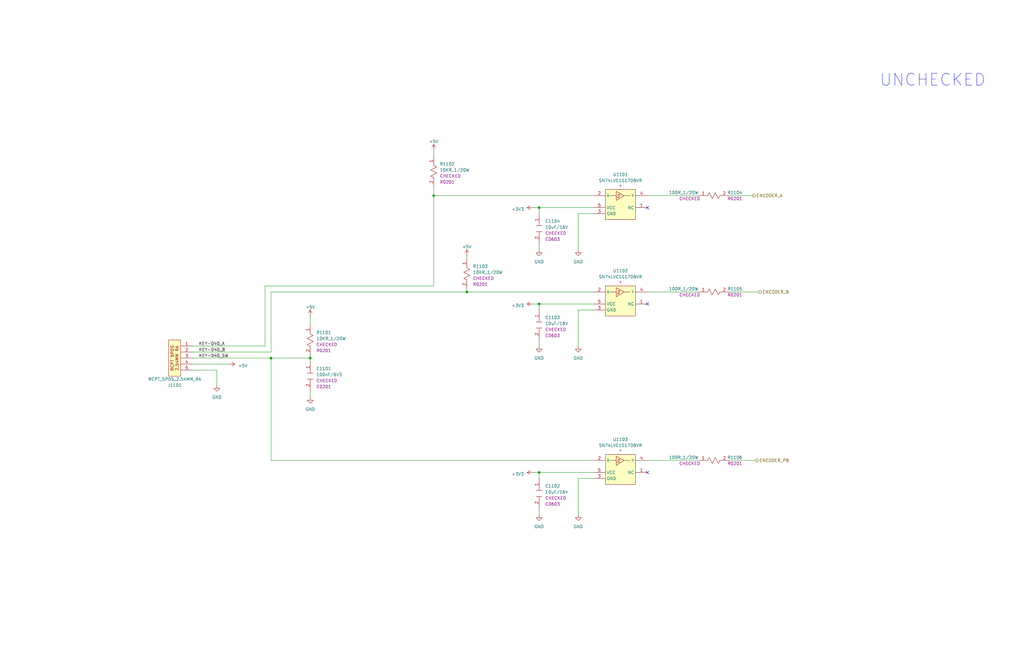
<source format=kicad_sch>
(kicad_sch (version 20230121) (generator eeschema)
  (paper "B")
  (lib_symbols
    (symbol "_SCHLIB_HotPlate:BUF_SN74LVC1G17DBVR"
      (property "Reference" "U" (at 2.54 3.81 0))
      (property "Value" "SN74LVC1G17DBVR" (at 2.54 6.35 0))
      (property "SCH CHECK" "*" (at 2.54 21.59 0))
      (symbol "BUF_SN74LVC1G17DBVR_0_1"
        (polyline (pts (xy 4.572 -2.54) (xy 2.032 -2.54)))
        (polyline (pts (xy 7.874 -2.54) (xy 10.414 -2.54)))
        (polyline (pts (xy 5.334 -3.302) (xy 5.842 -3.302) (xy 5.842 -2.032)))
        (polyline (pts (xy 4.572 -0.762) (xy 4.572 -4.572) (xy 7.874 -2.54) (xy 4.572 -0.762)))
        (polyline (pts (xy 6.35 -2.032) (xy 5.334 -2.032) (xy 5.334 -3.302) (xy 4.826 -3.302)))
        (rectangle (start 0 0) (end 12.7 -12.7) (fill (type background)))
      )
      (symbol "BUF_SN74LVC1G17DBVR_1_1"
        (pin passive line (at 17.78 -7.62 180) (length 5.08) (name "NC") (number "1"))
        (pin passive line (at -5.08 -2.54 0) (length 5.08) (name "A") (number "2"))
        (pin passive line (at -5.08 -10.16 0) (length 5.08) (name "GND") (number "3"))
        (pin passive line (at 17.78 -2.54 180) (length 5.08) (name "Y") (number "4"))
        (pin passive line (at -5.08 -7.62 0) (length 5.08) (name "VCC") (number "5"))
      )
    )
    (symbol "_SCHLIB_HotPlate:CAP_100nF/6V3_C0201"
      (property "Reference" "C" (at 2.54 5.08 0))
      (property "Value" "100nF{slash}6V3" (at 2.54 7.62 0))
      (property "SCH CHECK" "CHECKED" (at 2.54 22.86 0))
      (property "Package" "C0201" (at 2.54 25.4 0))
      (symbol "CAP_100nF/6V3_C0201_0_0"
        (polyline (pts (xy 5.08 1.27) (xy 5.08 -1.27)))
        (polyline (pts (xy 7.62 1.27) (xy 7.62 -1.27)))
      )
      (symbol "CAP_100nF/6V3_C0201_1_1"
        (pin passive line (at 0 0 0) (length 5.08) (name "") (number "1"))
        (pin passive line (at 12.7 0 180) (length 5.08) (name "") (number "2"))
      )
    )
    (symbol "_SCHLIB_HotPlate:CAP_10uF/16V-C0603"
      (property "Reference" "C" (at 2.54 3.81 0))
      (property "Value" "10uF{slash}16V" (at 2.54 6.35 0))
      (property "SCH CHECK" "CHECKED" (at 2.54 21.59 0))
      (property "Package" "C0603" (at 2.54 24.13 0))
      (symbol "CAP_10uF/16V-C0603_0_0"
        (polyline (pts (xy 5.08 1.27) (xy 5.08 -1.27)))
        (polyline (pts (xy 7.62 1.27) (xy 7.62 -1.27)))
      )
      (symbol "CAP_10uF/16V-C0603_1_1"
        (pin passive line (at 0 0 0) (length 5.08) (name "") (number "1"))
        (pin passive line (at 12.7 0 180) (length 5.08) (name "") (number "2"))
      )
    )
    (symbol "_SCHLIB_HotPlate:CONN_RCPT_5POS_2.54MM_RA"
      (property "Reference" "J" (at 2.54 2.54 0))
      (property "Value" "RCPT_5POS_2.54MM_RA" (at 2.54 5.08 0))
      (symbol "CONN_RCPT_5POS_2.54MM_RA_0_1"
        (rectangle (start 0 0) (end 5.08 -15.24) (fill (type background)))
        (text "RCPT 5POS\n2.54MM RA" (at 2.54 -7.62 900) (effects (font (size 1.27 1.27))))
      )
      (symbol "CONN_RCPT_5POS_2.54MM_RA_1_1"
        (pin passive line (at -5.08 -2.54 0) (length 5.08) (name "") (number "1"))
        (pin passive line (at -5.08 -5.08 0) (length 5.08) (name "") (number "2"))
        (pin passive line (at -5.08 -7.62 0) (length 5.08) (name "") (number "3"))
        (pin passive line (at -5.08 -10.16 0) (length 5.08) (name "") (number "4"))
        (pin passive line (at -5.08 -12.7 0) (length 5.08) (name "") (number "5"))
      )
    )
    (symbol "_SCHLIB_HotPlate:RES_100R_1/20W-R0201"
      (property "Reference" "R" (at 2.54 3.81 0))
      (property "Value" "100R_1{slash}20W" (at 2.54 6.35 0))
      (property "SCH CHECK" "CHECKED" (at 2.54 21.59 0))
      (property "Package" "R0201" (at 2.54 24.13 0))
      (symbol "RES_100R_1/20W-R0201_0_0"
        (polyline (pts (xy 3.81 0) (xy 4.445 1.27) (xy 5.715 -1.27) (xy 6.985 1.27) (xy 8.255 -1.27) (xy 8.89 0)))
      )
      (symbol "RES_100R_1/20W-R0201_1_1"
        (pin passive line (at 0 0 0) (length 3.81) (name "") (number "1"))
        (pin passive line (at 12.7 0 180) (length 3.81) (name "") (number "2"))
      )
    )
    (symbol "_SCHLIB_HotPlate:RES_10KR_1/20W-R0201"
      (property "Reference" "R" (at 2.54 5.08 0))
      (property "Value" "10KR_1{slash}20W" (at 2.54 7.62 0))
      (property "SCH CHECK" "CHECKED" (at 2.54 22.86 0))
      (property "Package" "R0201" (at 2.54 25.4 0))
      (symbol "RES_10KR_1/20W-R0201_0_0"
        (polyline (pts (xy 3.81 0) (xy 4.445 1.27) (xy 5.715 -1.27) (xy 6.985 1.27) (xy 8.255 -1.27) (xy 8.89 0)))
      )
      (symbol "RES_10KR_1/20W-R0201_1_1"
        (pin passive line (at 0 0 0) (length 3.81) (name "") (number "1"))
        (pin passive line (at 12.7 0 180) (length 3.81) (name "") (number "2"))
      )
    )
    (symbol "power:+3V3" (power) (pin_names (offset 0))
      (property "Value" "+3V3" (at 0 3.556 0))
      (symbol "+3V3_0_1"
        (polyline (pts (xy -0.762 1.27) (xy 0 2.54)))
        (polyline (pts (xy 0 0) (xy 0 2.54)))
        (polyline (pts (xy 0 2.54) (xy 0.762 1.27)))
      )
      (symbol "+3V3_1_1"
        (pin power_in line (at 0 0 90) (length 0) hide (name "+3V3") (number "1"))
      )
    )
    (symbol "power:+5V" (power) (pin_names (offset 0))
      (property "Value" "+5V" (at 0 3.556 0))
      (symbol "+5V_0_1"
        (polyline (pts (xy -0.762 1.27) (xy 0 2.54)))
        (polyline (pts (xy 0 0) (xy 0 2.54)))
        (polyline (pts (xy 0 2.54) (xy 0.762 1.27)))
      )
      (symbol "+5V_1_1"
        (pin power_in line (at 0 0 90) (length 0) hide (name "+5V") (number "1"))
      )
    )
    (symbol "power:GND" (power) (pin_names (offset 0))
      (property "Value" "GND" (at 0 -3.81 0))
      (symbol "GND_0_1"
        (polyline (pts (xy 0 0) (xy 0 -1.27) (xy 1.27 -1.27) (xy 0 -2.54) (xy -1.27 -1.27) (xy 0 -1.27)))
      )
      (symbol "GND_1_1"
        (pin power_in line (at 0 0 270) (length 0) hide (name "GND") (number "1"))
      )
    )
  )
  (junction (at 196.85 123.19))
  (junction (at 227.33 128.27))
  (junction (at 114.3 151.13))
  (junction (at 227.33 87.63))
  (junction (at 182.88 82.55))
  (junction (at 227.33 199.39))
  (junction (at 130.81 151.13))
  (no_connect (at 273.05 199.39))
  (no_connect (at 273.05 87.63))
  (no_connect (at 273.05 128.27))
  (wire (pts (xy 227.33 87.63) (xy 250.19 87.63)))
  (wire (pts (xy 250.19 130.81) (xy 243.84 130.81)))
  (wire (pts (xy 196.85 123.19) (xy 250.19 123.19)))
  (wire (pts (xy 130.81 149.86) (xy 130.81 151.13)))
  (wire (pts (xy 91.44 156.21) (xy 91.44 162.56)))
  (wire (pts (xy 96.52 153.67) (xy 81.28 153.67)))
  (wire (pts (xy 182.88 63.5) (xy 182.88 66.04)))
  (wire (pts (xy 114.3 194.31) (xy 250.19 194.31)))
  (wire (pts (xy 130.81 151.13) (xy 130.81 152.4)))
  (wire (pts (xy 243.84 201.93) (xy 243.84 217.17)))
  (wire (pts (xy 130.81 165.1) (xy 130.81 167.64)))
  (wire (pts (xy 227.33 199.39) (xy 227.33 201.93)))
  (wire (pts (xy 273.05 194.31) (xy 294.64 194.31)))
  (wire (pts (xy 111.76 120.65) (xy 182.88 120.65)))
  (wire (pts (xy 307.34 194.31) (xy 318.77 194.31)))
  (wire (pts (xy 227.33 199.39) (xy 250.19 199.39)))
  (wire (pts (xy 243.84 90.17) (xy 243.84 105.41)))
  (wire (pts (xy 224.79 128.27) (xy 227.33 128.27)))
  (wire (pts (xy 114.3 148.59) (xy 114.3 123.19)))
  (wire (pts (xy 307.34 82.55) (xy 317.5 82.55)))
  (wire (pts (xy 273.05 123.19) (xy 294.64 123.19)))
  (wire (pts (xy 81.28 146.05) (xy 111.76 146.05)))
  (wire (pts (xy 182.88 120.65) (xy 182.88 82.55)))
  (wire (pts (xy 227.33 105.41) (xy 227.33 102.87)))
  (wire (pts (xy 307.34 123.19) (xy 320.04 123.19)))
  (wire (pts (xy 114.3 151.13) (xy 114.3 194.31)))
  (wire (pts (xy 227.33 146.05) (xy 227.33 143.51)))
  (wire (pts (xy 224.79 199.39) (xy 227.33 199.39)))
  (wire (pts (xy 111.76 146.05) (xy 111.76 120.65)))
  (wire (pts (xy 182.88 82.55) (xy 250.19 82.55)))
  (wire (pts (xy 182.88 78.74) (xy 182.88 82.55)))
  (wire (pts (xy 250.19 90.17) (xy 243.84 90.17)))
  (wire (pts (xy 243.84 130.81) (xy 243.84 146.05)))
  (wire (pts (xy 227.33 87.63) (xy 227.33 90.17)))
  (wire (pts (xy 196.85 121.92) (xy 196.85 123.19)))
  (wire (pts (xy 81.28 148.59) (xy 114.3 148.59)))
  (wire (pts (xy 273.05 82.55) (xy 294.64 82.55)))
  (wire (pts (xy 81.28 151.13) (xy 114.3 151.13)))
  (wire (pts (xy 114.3 151.13) (xy 130.81 151.13)))
  (wire (pts (xy 114.3 123.19) (xy 196.85 123.19)))
  (wire (pts (xy 227.33 128.27) (xy 250.19 128.27)))
  (wire (pts (xy 250.19 201.93) (xy 243.84 201.93)))
  (wire (pts (xy 196.85 107.95) (xy 196.85 109.22)))
  (wire (pts (xy 224.79 87.63) (xy 227.33 87.63)))
  (wire (pts (xy 227.33 128.27) (xy 227.33 130.81)))
  (wire (pts (xy 130.81 133.35) (xy 130.81 137.16)))
  (wire (pts (xy 227.33 217.17) (xy 227.33 214.63)))
  (wire (pts (xy 81.28 156.21) (xy 91.44 156.21)))
  (text "UNCHECKED" (at 370.84 36.83 0) (effects (font (size 5 5)) (justify left bottom)))
  (label "KEY-040_B" (at 83.82 148.59 0))
  (label "KEY-040_A" (at 83.82 146.05 0))
  (label "KEY-040_SW" (at 83.82 151.13 0))
  (hierarchical_label "ENCODER_B" (shape output) (at 320.04 123.19 0))
  (hierarchical_label "ENCODER_A" (shape output) (at 317.5 82.55 0))
  (hierarchical_label "ENCODER_PB" (shape output) (at 318.77 194.31 0))
  (symbol (lib_id "_SCHLIB_HotPlate:BUF_SN74LVC1G17DBVR") (at 255.27 120.65 0) (unit 1)
    (property "Reference" "U1102" (at 261.62 114.3 0))
    (property "Value" "SN74LVC1G17DBVR" (at 261.62 116.84 0))
    (property "Footprint" "Package_TO_SOT_SMD:SOT-23-5" (effects hide))
    (property "Datasheet" "https://www.ti.com/general/docs/suppproductinfo.tsp?distId=10&gotoUrl=https%3A%2F%2Fwww.ti.com%2Flit%2Fgpn%2Fsn74lvc1g17" (effects hide))
    (property "Description" "Buffer, Non-Inverting 1 Element 1 Bit per Element Push-Pull Output SOT-23-5" (effects hide))
    (property "Part Number" "SN74LVC1G17DBVR" (effects hide))
    (property "Link" "https://www.digikey.ca/en/products/detail/texas-instruments/SN74LVC1G17DBVR/389051" (effects hide))
    (property "SCH CHECK" "*" (at 261.62 119.38 0))
  )
  (symbol (lib_id "_SCHLIB_HotPlate:RES_10KR_1/20W-R0201") (at 130.81 137.16 270) (unit 1)
    (property "Reference" "R1101" (at 133.35 140.335 90) (effects (justify left)))
    (property "Value" "10KR_1/20W" (at 133.35 142.875 90) (effects (justify left)))
    (property "Footprint" "Resistor_SMD:R_0201_0603Metric" (effects hide))
    (property "Datasheet" "https://www.seielect.com/Catalog/SEI-RMCF_RMCP.pdf" (effects hide))
    (property "Description" "10 kOhms ±1% 0.05W, 1/20W Chip Resistor 0201 (0603 Metric) Thick Film" (effects hide))
    (property "Part Number" "RMCF0201FT10K0" (effects hide))
    (property "Link" "https://www.digikey.ca/en/products/detail/stackpole-electronics-inc/RMCF0201FT10K0/1714990" (effects hide))
    (property "SCH CHECK" "CHECKED" (at 133.35 145.415 90) (effects (justify left)))
    (property "Package" "R0201" (at 133.35 147.955 90) (effects (justify left)))
  )
  (symbol (lib_id "power:GND") (at 243.84 217.17 0) (unit 1)
    (property "Reference" "#PWR01109" (effects hide))
    (property "Value" "GND" (at 243.84 222.25 0))
  )
  (symbol (lib_id "_SCHLIB_HotPlate:CAP_100nF/6V3_C0201") (at 130.81 152.4 270) (unit 1)
    (property "Reference" "C1101" (at 133.35 155.575 90) (effects (justify left)))
    (property "Value" "100nF/6V3" (at 133.35 158.115 90) (effects (justify left)))
    (property "Footprint" "Capacitor_SMD:C_0201_0603Metric" (effects hide))
    (property "Datasheet" "https://www.yageo.com/upload/media/product/productsearch/datasheet/mlcc/UPY-GPHC_X7R_6.3V-to-250V_22.pdf" (effects hide))
    (property "Description" "0.1 µF ±10% 6.3V Ceramic Capacitor X7R 0201 (0603 Metric)" (effects hide))
    (property "Part Number" "CC0201KRX7R5BB104" (effects hide))
    (property "Link" "https://www.digikey.ca/en/products/detail/yageo/CC0201KRX7R5BB104/12698853" (effects hide))
    (property "SCH CHECK" "CHECKED" (at 133.35 160.655 90) (effects (justify left)))
    (property "Package" "C0201" (at 133.35 163.195 90) (effects (justify left)))
  )
  (symbol (lib_id "power:GND") (at 91.44 162.56 0) (unit 1)
    (property "Reference" "#PWR01102" (effects hide))
    (property "Value" "GND" (at 91.44 167.64 0))
  )
  (symbol (lib_id "_SCHLIB_HotPlate:BUF_SN74LVC1G17DBVR") (at 255.27 191.77 0) (unit 1)
    (property "Reference" "U1103" (at 261.62 185.42 0))
    (property "Value" "SN74LVC1G17DBVR" (at 261.62 187.96 0))
    (property "Footprint" "Package_TO_SOT_SMD:SOT-23-5" (effects hide))
    (property "Datasheet" "https://www.ti.com/general/docs/suppproductinfo.tsp?distId=10&gotoUrl=https%3A%2F%2Fwww.ti.com%2Flit%2Fgpn%2Fsn74lvc1g17" (effects hide))
    (property "Description" "Buffer, Non-Inverting 1 Element 1 Bit per Element Push-Pull Output SOT-23-5" (effects hide))
    (property "Part Number" "SN74LVC1G17DBVR" (effects hide))
    (property "Link" "https://www.digikey.ca/en/products/detail/texas-instruments/SN74LVC1G17DBVR/389051" (effects hide))
    (property "SCH CHECK" "*" (at 261.62 190.5 0))
  )
  (symbol (lib_id "power:+3V3") (at 224.79 199.39 90) (unit 1)
    (property "Reference" "#PWR01106" (effects hide))
    (property "Value" "+3V3" (at 220.98 200.025 90) (effects (justify left)))
  )
  (symbol (lib_id "power:+3V3") (at 224.79 87.63 90) (unit 1)
    (property "Reference" "#PWR01112" (effects hide))
    (property "Value" "+3V3" (at 220.98 88.265 90) (effects (justify left)))
  )
  (symbol (lib_id "_SCHLIB_HotPlate:BUF_SN74LVC1G17DBVR") (at 255.27 80.01 0) (unit 1)
    (property "Reference" "U1101" (at 261.62 73.66 0))
    (property "Value" "SN74LVC1G17DBVR" (at 261.62 76.2 0))
    (property "Footprint" "Package_TO_SOT_SMD:SOT-23-5" (effects hide))
    (property "Datasheet" "https://www.ti.com/general/docs/suppproductinfo.tsp?distId=10&gotoUrl=https%3A%2F%2Fwww.ti.com%2Flit%2Fgpn%2Fsn74lvc1g17" (effects hide))
    (property "Description" "Buffer, Non-Inverting 1 Element 1 Bit per Element Push-Pull Output SOT-23-5" (effects hide))
    (property "Part Number" "SN74LVC1G17DBVR" (effects hide))
    (property "Link" "https://www.digikey.ca/en/products/detail/texas-instruments/SN74LVC1G17DBVR/389051" (effects hide))
    (property "SCH CHECK" "*" (at 261.62 78.74 0))
  )
  (symbol (lib_id "power:+5V") (at 130.81 133.35 0) (unit 1)
    (property "Reference" "#PWR01103" (effects hide))
    (property "Value" "+5V" (at 130.81 129.54 0))
  )
  (symbol (lib_id "_SCHLIB_HotPlate:RES_100R_1/20W-R0201") (at 294.64 194.31 0) (unit 1)
    (property "Reference" "R1106" (at 309.88 193.04 0))
    (property "Value" "100R_1/20W" (at 288.29 193.04 0))
    (property "Footprint" "Resistor_SMD:R_0201_0603Metric" (effects hide))
    (property "Datasheet" "https://www.seielect.com/Catalog/SEI-RMCF_RMCP.pdf" (effects hide))
    (property "Description" "100 Ohms ±1% 0.05W, 1/20W Chip Resistor 0201 (0603 Metric) Thick Film" (effects hide))
    (property "Part Number" "RMCF0201FT100R" (effects hide))
    (property "Link" "https://www.digikey.ca/en/products/detail/stackpole-electronics-inc/RMCF0201FT100R/1714988" (effects hide))
    (property "SCH CHECK" "CHECKED" (at 290.83 195.58 0))
    (property "Package" "R0201" (at 309.88 195.58 0))
  )
  (symbol (lib_id "_SCHLIB_HotPlate:CAP_10uF/16V-C0603") (at 227.33 201.93 270) (unit 1)
    (property "Reference" "C1102" (at 229.87 205.105 90) (effects (justify left)))
    (property "Value" "10uF/16V" (at 229.87 207.645 90) (effects (justify left)))
    (property "Footprint" "Capacitor_SMD:C_0603_1608Metric" (effects hide))
    (property "Datasheet" "https://search.murata.co.jp/Ceramy/image/img/A01X/G101/ENG/GRT188R61C106KE13-01.pdf" (effects hide))
    (property "Description" "10 µF ±10% 16V Ceramic Capacitor X5R 0603 (1608 Metric)" (effects hide))
    (property "Part Number" "GRT188R61C106KE13J" (effects hide))
    (property "Link" "https://www.digikey.ca/en/products/detail/murata-electronics/GRT188R61C106KE13J/13904802" (effects hide))
    (property "SCH CHECK" "CHECKED" (at 229.87 210.185 90) (effects (justify left)))
    (property "Package" "C0603" (at 229.87 212.725 90) (effects (justify left)))
  )
  (symbol (lib_id "_SCHLIB_HotPlate:RES_10KR_1/20W-R0201") (at 182.88 66.04 270) (unit 1)
    (property "Reference" "R1102" (at 185.42 69.215 90) (effects (justify left)))
    (property "Value" "10KR_1/20W" (at 185.42 71.755 90) (effects (justify left)))
    (property "Footprint" "Resistor_SMD:R_0201_0603Metric" (effects hide))
    (property "Datasheet" "https://www.seielect.com/Catalog/SEI-RMCF_RMCP.pdf" (effects hide))
    (property "Description" "10 kOhms ±1% 0.05W, 1/20W Chip Resistor 0201 (0603 Metric) Thick Film" (effects hide))
    (property "Part Number" "RMCF0201FT10K0" (effects hide))
    (property "Link" "https://www.digikey.ca/en/products/detail/stackpole-electronics-inc/RMCF0201FT10K0/1714990" (effects hide))
    (property "SCH CHECK" "CHECKED" (at 185.42 74.295 90) (effects (justify left)))
    (property "Package" "R0201" (at 185.42 76.835 90) (effects (justify left)))
  )
  (symbol (lib_id "power:GND") (at 227.33 105.41 0) (unit 1)
    (property "Reference" "#PWR01113" (effects hide))
    (property "Value" "GND" (at 227.33 110.49 0))
  )
  (symbol (lib_id "power:+5V") (at 96.52 153.67 270) (unit 1)
    (property "Reference" "#PWR01115" (effects hide))
    (property "Value" "+5V" (at 100.33 154.305 90) (effects (justify left)))
  )
  (symbol (lib_id "_SCHLIB_HotPlate:CAP_10uF/16V-C0603") (at 227.33 130.81 270) (unit 1)
    (property "Reference" "C1103" (at 229.87 133.985 90) (effects (justify left)))
    (property "Value" "10uF/16V" (at 229.87 136.525 90) (effects (justify left)))
    (property "Footprint" "Capacitor_SMD:C_0603_1608Metric" (effects hide))
    (property "Datasheet" "https://search.murata.co.jp/Ceramy/image/img/A01X/G101/ENG/GRT188R61C106KE13-01.pdf" (effects hide))
    (property "Description" "10 µF ±10% 16V Ceramic Capacitor X5R 0603 (1608 Metric)" (effects hide))
    (property "Part Number" "GRT188R61C106KE13J" (effects hide))
    (property "Link" "https://www.digikey.ca/en/products/detail/murata-electronics/GRT188R61C106KE13J/13904802" (effects hide))
    (property "SCH CHECK" "CHECKED" (at 229.87 139.065 90) (effects (justify left)))
    (property "Package" "C0603" (at 229.87 141.605 90) (effects (justify left)))
  )
  (symbol (lib_id "_SCHLIB_HotPlate:CAP_10uF/16V-C0603") (at 227.33 90.17 270) (unit 1)
    (property "Reference" "C1104" (at 229.87 93.345 90) (effects (justify left)))
    (property "Value" "10uF/16V" (at 229.87 95.885 90) (effects (justify left)))
    (property "Footprint" "Capacitor_SMD:C_0603_1608Metric" (effects hide))
    (property "Datasheet" "https://search.murata.co.jp/Ceramy/image/img/A01X/G101/ENG/GRT188R61C106KE13-01.pdf" (effects hide))
    (property "Description" "10 µF ±10% 16V Ceramic Capacitor X5R 0603 (1608 Metric)" (effects hide))
    (property "Part Number" "GRT188R61C106KE13J" (effects hide))
    (property "Link" "https://www.digikey.ca/en/products/detail/murata-electronics/GRT188R61C106KE13J/13904802" (effects hide))
    (property "SCH CHECK" "CHECKED" (at 229.87 98.425 90) (effects (justify left)))
    (property "Package" "C0603" (at 229.87 100.965 90) (effects (justify left)))
  )
  (symbol (lib_id "power:+5V") (at 196.85 107.95 0) (unit 1)
    (property "Reference" "#PWR01105" (effects hide))
    (property "Value" "+5V" (at 196.85 104.14 0))
  )
  (symbol (lib_id "power:+3V3") (at 224.79 128.27 90) (unit 1)
    (property "Reference" "#PWR01107" (effects hide))
    (property "Value" "+3V3" (at 220.98 128.905 90) (effects (justify left)))
  )
  (symbol (lib_id "_SCHLIB_HotPlate:RES_100R_1/20W-R0201") (at 294.64 123.19 0) (unit 1)
    (property "Reference" "R1105" (at 309.88 121.92 0))
    (property "Value" "100R_1/20W" (at 288.29 121.92 0))
    (property "Footprint" "Resistor_SMD:R_0201_0603Metric" (effects hide))
    (property "Datasheet" "https://www.seielect.com/Catalog/SEI-RMCF_RMCP.pdf" (effects hide))
    (property "Description" "100 Ohms ±1% 0.05W, 1/20W Chip Resistor 0201 (0603 Metric) Thick Film" (effects hide))
    (property "Part Number" "RMCF0201FT100R" (effects hide))
    (property "Link" "https://www.digikey.ca/en/products/detail/stackpole-electronics-inc/RMCF0201FT100R/1714988" (effects hide))
    (property "SCH CHECK" "CHECKED" (at 290.83 124.46 0))
    (property "Package" "R0201" (at 309.88 124.46 0))
  )
  (symbol (lib_id "power:GND") (at 227.33 217.17 0) (unit 1)
    (property "Reference" "#PWR01110" (effects hide))
    (property "Value" "GND" (at 227.33 222.25 0))
  )
  (symbol (lib_id "power:GND") (at 243.84 105.41 0) (unit 1)
    (property "Reference" "#PWR01114" (effects hide))
    (property "Value" "GND" (at 243.84 110.49 0))
  )
  (symbol (lib_id "power:+5V") (at 182.88 63.5 0) (unit 1)
    (property "Reference" "#PWR01104" (effects hide))
    (property "Value" "+5V" (at 182.88 59.69 0))
  )
  (symbol (lib_id "_SCHLIB_HotPlate:CONN_RCPT_5POS_2.54MM_RA") (at 76.2 143.51 0) (mirror y) (unit 1)
    (property "Reference" "J1101" (at 73.66 162.56 0))
    (property "Value" "RCPT_5POS_2.54MM_RA" (at 73.66 160.02 0))
    (property "Footprint" "Connector_PinSocket_2.54mm:PinSocket_1x05_P2.54mm_Horizontal" (effects hide))
    (property "Datasheet" "http://mm.digikey.com/Volume0/opasdata/d220001/medias/docus/937/Female_Headers.100_DS.pdf" (effects hide))
    (property "Description" "5 Position Header Connector 0.100\" (2.54mm) Through Hole, Right Angle Tin" (effects hide))
    (property "Part Number" "PPTC051LGBN-RC" (effects hide))
    (property "Link" "https://www.digikey.ca/en/products/detail/sullins-connector-solutions/PPTC051LGBN-RC/775899" (effects hide))
  )
  (symbol (lib_id "power:GND") (at 130.81 167.64 0) (unit 1)
    (property "Reference" "#PWR01101" (effects hide))
    (property "Value" "GND" (at 130.81 172.72 0))
  )
  (symbol (lib_id "power:GND") (at 227.33 146.05 0) (unit 1)
    (property "Reference" "#PWR01108" (effects hide))
    (property "Value" "GND" (at 227.33 151.13 0))
  )
  (symbol (lib_id "_SCHLIB_HotPlate:RES_10KR_1/20W-R0201") (at 196.85 109.22 270) (unit 1)
    (property "Reference" "R1103" (at 199.39 112.395 90) (effects (justify left)))
    (property "Value" "10KR_1/20W" (at 199.39 114.935 90) (effects (justify left)))
    (property "Footprint" "Resistor_SMD:R_0201_0603Metric" (effects hide))
    (property "Datasheet" "https://www.seielect.com/Catalog/SEI-RMCF_RMCP.pdf" (effects hide))
    (property "Description" "10 kOhms ±1% 0.05W, 1/20W Chip Resistor 0201 (0603 Metric) Thick Film" (effects hide))
    (property "Part Number" "RMCF0201FT10K0" (effects hide))
    (property "Link" "https://www.digikey.ca/en/products/detail/stackpole-electronics-inc/RMCF0201FT10K0/1714990" (effects hide))
    (property "SCH CHECK" "CHECKED" (at 199.39 117.475 90) (effects (justify left)))
    (property "Package" "R0201" (at 199.39 120.015 90) (effects (justify left)))
  )
  (symbol (lib_id "power:GND") (at 243.84 146.05 0) (unit 1)
    (property "Reference" "#PWR01111" (effects hide))
    (property "Value" "GND" (at 243.84 151.13 0))
  )
  (symbol (lib_id "_SCHLIB_HotPlate:RES_100R_1/20W-R0201") (at 294.64 82.55 0) (unit 1)
    (property "Reference" "R1104" (at 309.88 81.28 0))
    (property "Value" "100R_1/20W" (at 288.29 81.28 0))
    (property "Footprint" "Resistor_SMD:R_0201_0603Metric" (effects hide))
    (property "Datasheet" "https://www.seielect.com/Catalog/SEI-RMCF_RMCP.pdf" (effects hide))
    (property "Description" "100 Ohms ±1% 0.05W, 1/20W Chip Resistor 0201 (0603 Metric) Thick Film" (effects hide))
    (property "Part Number" "RMCF0201FT100R" (effects hide))
    (property "Link" "https://www.digikey.ca/en/products/detail/stackpole-electronics-inc/RMCF0201FT100R/1714988" (effects hide))
    (property "SCH CHECK" "CHECKED" (at 290.83 83.82 0))
    (property "Package" "R0201" (at 309.88 83.82 0))
  )
)
</source>
